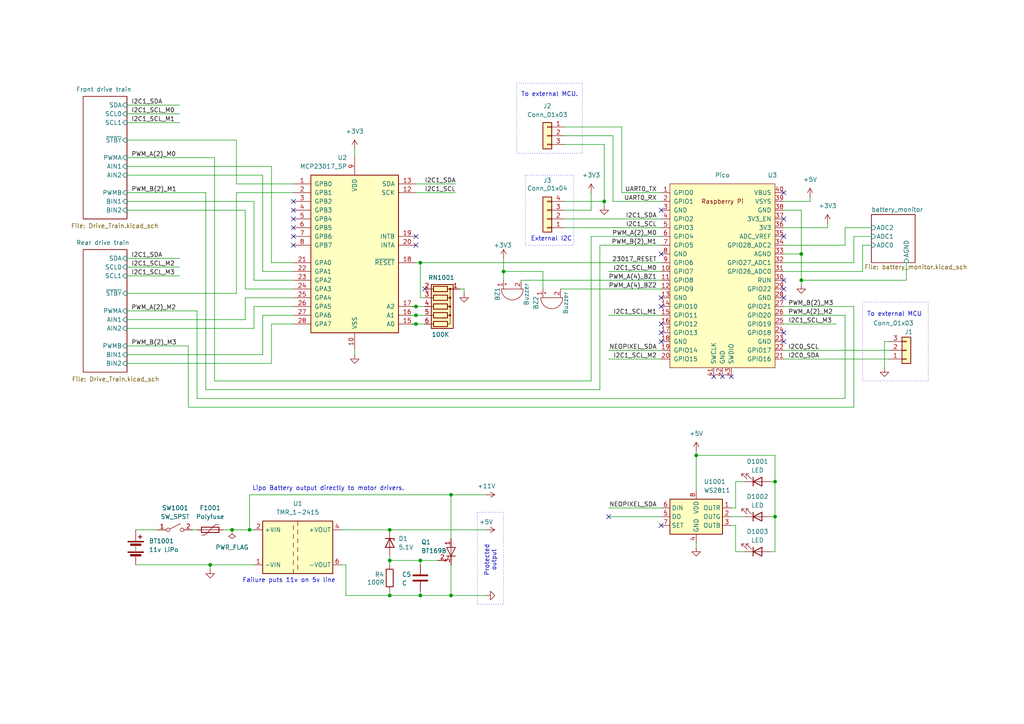
<source format=kicad_sch>
(kicad_sch (version 20231120) (generator "eeschema") (generator_version "8.0")
  (paper "A4")
  (lib_symbols
    (symbol "Connector_Generic:Conn_01x03" (pin_names (offset 1.016) hide)
      (property "Reference" "J" (at 0 5.08 0))
      (property "Value" "Conn_01x03" (at 0 -5.08 0))
      (symbol "Conn_01x03_1_1"
        (rectangle (start -1.27 -2.413) (end 0 -2.667) (stroke (width 0.1524)))
        (rectangle (start -1.27 0.127) (end 0 -0.127) (stroke (width 0.1524)))
        (rectangle (start -1.27 2.667) (end 0 2.413) (stroke (width 0.1524)))
        (rectangle (start -1.27 3.81) (end 1.27 -3.81) (stroke (width 0.254)) (fill (type background)))
        (pin passive line (at -5.08 2.54 0) (length 3.81) (name "Pin_1") (number "1"))
        (pin passive line (at -5.08 0 0) (length 3.81) (name "Pin_2") (number "2"))
        (pin passive line (at -5.08 -2.54 0) (length 3.81) (name "Pin_3") (number "3"))
      )
    )
    (symbol "Connector_Generic:Conn_01x04" (pin_names (offset 1.016) hide)
      (property "Reference" "J" (at 0 5.08 0))
      (property "Value" "Conn_01x04" (at 0 -7.62 0))
      (symbol "Conn_01x04_1_1"
        (rectangle (start -1.27 -4.953) (end 0 -5.207) (stroke (width 0.1524)))
        (rectangle (start -1.27 -2.413) (end 0 -2.667) (stroke (width 0.1524)))
        (rectangle (start -1.27 0.127) (end 0 -0.127) (stroke (width 0.1524)))
        (rectangle (start -1.27 2.667) (end 0 2.413) (stroke (width 0.1524)))
        (rectangle (start -1.27 3.81) (end 1.27 -6.35) (stroke (width 0.254)) (fill (type background)))
        (pin passive line (at -5.08 2.54 0) (length 3.81) (name "Pin_1") (number "1"))
        (pin passive line (at -5.08 0 0) (length 3.81) (name "Pin_2") (number "2"))
        (pin passive line (at -5.08 -2.54 0) (length 3.81) (name "Pin_3") (number "3"))
        (pin passive line (at -5.08 -5.08 0) (length 3.81) (name "Pin_4") (number "4"))
      )
    )
    (symbol "Device:Battery" (pin_numbers hide) (pin_names (offset 0) hide)
      (property "Reference" "BT" (at 2.54 2.54 0))
      (property "Value" "Battery" (at 2.54 0 0))
      (symbol "Battery_0_1"
        (rectangle (start -2.286 -1.27) (end 2.286 -1.524) (fill (type outline)))
        (rectangle (start -2.286 1.778) (end 2.286 1.524) (fill (type outline)))
        (rectangle (start -1.524 -2.032) (end 1.524 -2.54) (fill (type outline)))
        (rectangle (start -1.524 1.016) (end 1.524 0.508) (fill (type outline)))
        (polyline (pts (xy 0 -1.016) (xy 0 -0.762)))
        (polyline (pts (xy 0 -0.508) (xy 0 -0.254)))
        (polyline (pts (xy 0 0) (xy 0 0.254)))
        (polyline (pts (xy 0 1.778) (xy 0 2.54)))
        (polyline (pts (xy 0.762 3.048) (xy 1.778 3.048)) (stroke (width 0.254)))
        (polyline (pts (xy 1.27 3.556) (xy 1.27 2.54)) (stroke (width 0.254)))
      )
      (symbol "Battery_1_1"
        (pin passive line (at 0 5.08 270) (length 2.54) (name "+") (number "1"))
        (pin passive line (at 0 -5.08 90) (length 2.54) (name "-") (number "2"))
      )
    )
    (symbol "Device:Buzzer" (pin_names (offset 0.0254) hide)
      (property "Reference" "BZ" (at 3.81 1.27 0))
      (property "Value" "Buzzer" (at 3.81 -1.27 0))
      (symbol "Buzzer_0_1"
        (arc (start 0 -3.175) (mid 3.1612 0) (end 0 3.175))
        (polyline (pts (xy -1.651 1.905) (xy -1.143 1.905)))
        (polyline (pts (xy -1.397 2.159) (xy -1.397 1.651)))
        (polyline (pts (xy 0 3.175) (xy 0 -3.175)))
      )
      (symbol "Buzzer_1_1"
        (pin passive line (at -2.54 2.54 0) (length 2.54) (name "+") (number "1"))
        (pin passive line (at -2.54 -2.54 0) (length 2.54) (name "-") (number "2"))
      )
    )
    (symbol "Device:C" (pin_numbers hide) (pin_names (offset 0.254))
      (property "Reference" "C" (at 0.635 2.54 0))
      (property "Value" "C" (at 0.635 -2.54 0))
      (symbol "C_0_1"
        (polyline (pts (xy -2.032 -0.762) (xy 2.032 -0.762)) (stroke (width 0.508)))
        (polyline (pts (xy -2.032 0.762) (xy 2.032 0.762)) (stroke (width 0.508)))
      )
      (symbol "C_1_1"
        (pin passive line (at 0 3.81 270) (length 2.794) (name "~") (number "1"))
        (pin passive line (at 0 -3.81 90) (length 2.794) (name "~") (number "2"))
      )
    )
    (symbol "Device:D_Zener" (pin_numbers hide) (pin_names (offset 1.016) hide)
      (property "Reference" "D" (at 0 2.54 0))
      (property "Value" "D_Zener" (at 0 -2.54 0))
      (symbol "D_Zener_0_1"
        (polyline (pts (xy 1.27 0) (xy -1.27 0)))
        (polyline (pts (xy -1.27 -1.27) (xy -1.27 1.27) (xy -0.762 1.27)) (stroke (width 0.254)))
        (polyline (pts (xy 1.27 -1.27) (xy 1.27 1.27) (xy -1.27 0) (xy 1.27 -1.27)) (stroke (width 0.254)))
      )
      (symbol "D_Zener_1_1"
        (pin passive line (at -3.81 0 0) (length 2.54) (name "K") (number "1"))
        (pin passive line (at 3.81 0 180) (length 2.54) (name "A") (number "2"))
      )
    )
    (symbol "Device:LED" (pin_numbers hide) (pin_names (offset 1.016) hide)
      (property "Reference" "D" (at 0 2.54 0))
      (property "Value" "LED" (at 0 -2.54 0))
      (symbol "LED_0_1"
        (polyline (pts (xy -1.27 -1.27) (xy -1.27 1.27)) (stroke (width 0.254)))
        (polyline (pts (xy -1.27 0) (xy 1.27 0)))
        (polyline (pts (xy 1.27 -1.27) (xy 1.27 1.27) (xy -1.27 0) (xy 1.27 -1.27)) (stroke (width 0.254)))
        (polyline (pts (xy -3.048 -0.762) (xy -4.572 -2.286) (xy -3.81 -2.286) (xy -4.572 -2.286) (xy -4.572 -1.524)))
        (polyline (pts (xy -1.778 -0.762) (xy -3.302 -2.286) (xy -2.54 -2.286) (xy -3.302 -2.286) (xy -3.302 -1.524)))
      )
      (symbol "LED_1_1"
        (pin passive line (at -3.81 0 0) (length 2.54) (name "K") (number "1"))
        (pin passive line (at 3.81 0 180) (length 2.54) (name "A") (number "2"))
      )
    )
    (symbol "Device:Polyfuse" (pin_numbers hide) (pin_names (offset 0))
      (property "Reference" "F" (at -2.54 0 90))
      (property "Value" "Polyfuse" (at 2.54 0 90))
      (symbol "Polyfuse_0_1"
        (rectangle (start -0.762 2.54) (end 0.762 -2.54) (stroke (width 0.254)))
        (polyline (pts (xy 0 2.54) (xy 0 -2.54)))
        (polyline (pts (xy -1.524 2.54) (xy -1.524 1.524) (xy 1.524 -1.524) (xy 1.524 -2.54)))
      )
      (symbol "Polyfuse_1_1"
        (pin passive line (at 0 3.81 270) (length 1.27) (name "~") (number "1"))
        (pin passive line (at 0 -3.81 90) (length 1.27) (name "~") (number "2"))
      )
    )
    (symbol "Device:R" (pin_numbers hide) (pin_names (offset 0))
      (property "Reference" "R" (at 2.032 0 90))
      (property "Value" "R" (at 0 0 90))
      (symbol "R_0_1"
        (rectangle (start -1.016 -2.54) (end 1.016 2.54) (stroke (width 0.254)))
      )
      (symbol "R_1_1"
        (pin passive line (at 0 3.81 270) (length 1.27) (name "~") (number "1"))
        (pin passive line (at 0 -3.81 90) (length 1.27) (name "~") (number "2"))
      )
    )
    (symbol "Device:R_Network05" (pin_names (offset 0) hide)
      (property "Reference" "RN" (at -7.62 0 90))
      (property "Value" "R_Network05" (at 7.62 0 90))
      (symbol "R_Network05_0_1"
        (rectangle (start -6.35 -3.175) (end 6.35 3.175) (stroke (width 0.254)) (fill (type background)))
        (rectangle (start -5.842 1.524) (end -4.318 -2.54) (stroke (width 0.254)))
        (circle (center -5.08 2.286) (radius 0.254) (fill (type outline)))
        (rectangle (start -3.302 1.524) (end -1.778 -2.54) (stroke (width 0.254)))
        (circle (center -2.54 2.286) (radius 0.254) (fill (type outline)))
        (rectangle (start -0.762 1.524) (end 0.762 -2.54) (stroke (width 0.254)))
        (polyline (pts (xy -5.08 -2.54) (xy -5.08 -3.81)))
        (polyline (pts (xy -2.54 -2.54) (xy -2.54 -3.81)))
        (polyline (pts (xy 0 -2.54) (xy 0 -3.81)))
        (polyline (pts (xy 2.54 -2.54) (xy 2.54 -3.81)))
        (polyline (pts (xy 5.08 -2.54) (xy 5.08 -3.81)))
        (polyline (pts (xy -5.08 1.524) (xy -5.08 2.286) (xy -2.54 2.286) (xy -2.54 1.524)))
        (polyline (pts (xy -2.54 1.524) (xy -2.54 2.286) (xy 0 2.286) (xy 0 1.524)))
        (polyline (pts (xy 0 1.524) (xy 0 2.286) (xy 2.54 2.286) (xy 2.54 1.524)))
        (polyline (pts (xy 2.54 1.524) (xy 2.54 2.286) (xy 5.08 2.286) (xy 5.08 1.524)))
        (circle (center 0 2.286) (radius 0.254) (fill (type outline)))
        (rectangle (start 1.778 1.524) (end 3.302 -2.54) (stroke (width 0.254)))
        (circle (center 2.54 2.286) (radius 0.254) (fill (type outline)))
        (rectangle (start 4.318 1.524) (end 5.842 -2.54) (stroke (width 0.254)))
      )
      (symbol "R_Network05_1_1"
        (pin passive line (at -5.08 5.08 270) (length 2.54) (name "common") (number "1"))
        (pin passive line (at -5.08 -5.08 90) (length 1.27) (name "R1") (number "2"))
        (pin passive line (at -2.54 -5.08 90) (length 1.27) (name "R2") (number "3"))
        (pin passive line (at 0 -5.08 90) (length 1.27) (name "R3") (number "4"))
        (pin passive line (at 2.54 -5.08 90) (length 1.27) (name "R4") (number "5"))
        (pin passive line (at 5.08 -5.08 90) (length 1.27) (name "R5") (number "6"))
      )
    )
    (symbol "Driver_LED:WS2811"
      (property "Reference" "U" (at -6.35 6.35 0))
      (property "Value" "WS2811" (at 5.08 6.35 0))
      (symbol "WS2811_0_1"
        (rectangle (start -7.62 5.08) (end 7.62 -5.08) (stroke (width 0.254)) (fill (type background)))
      )
      (symbol "WS2811_1_1"
        (pin output line (at 10.16 2.54 180) (length 2.54) (name "OUTR") (number "1"))
        (pin output line (at 10.16 0 180) (length 2.54) (name "OUTG") (number "2"))
        (pin output line (at 10.16 -2.54 180) (length 2.54) (name "OUTB") (number "3"))
        (pin power_in line (at 0 -7.62 90) (length 2.54) (name "GND") (number "4"))
        (pin output line (at -10.16 0 0) (length 2.54) (name "DO") (number "5"))
        (pin input line (at -10.16 2.54 0) (length 2.54) (name "DIN") (number "6"))
        (pin input line (at -10.16 -2.54 0) (length 2.54) (name "SET") (number "7"))
        (pin power_in line (at 0 7.62 270) (length 2.54) (name "VDD") (number "8"))
      )
    )
    (symbol "Interface_Expansion:MCP23017_SP" (pin_names (offset 1.016))
      (property "Reference" "U" (at -11.43 24.13 0))
      (property "Value" "MCP23017_SP" (at 0 0 0))
      (symbol "MCP23017_SP_0_1"
        (rectangle (start -12.7 22.86) (end 12.7 -22.86) (stroke (width 0.254)) (fill (type background)))
      )
      (symbol "MCP23017_SP_1_1"
        (pin bidirectional line (at 17.78 20.32 180) (length 5.08) (name "GPB0") (number "1"))
        (pin power_in line (at 0 -27.94 90) (length 5.08) (name "VSS") (number "10"))
        (pin no_connect line (at -12.7 15.24 0) (length 5.08) hide (name "NC") (number "11"))
        (pin input line (at -17.78 17.78 0) (length 5.08) (name "SCK") (number "12"))
        (pin bidirectional line (at -17.78 20.32 0) (length 5.08) (name "SDA") (number "13"))
        (pin no_connect line (at -12.7 12.7 0) (length 5.08) hide (name "NC") (number "14"))
        (pin input line (at -17.78 -20.32 0) (length 5.08) (name "A0") (number "15"))
        (pin input line (at -17.78 -17.78 0) (length 5.08) (name "A1") (number "16"))
        (pin input line (at -17.78 -15.24 0) (length 5.08) (name "A2") (number "17"))
        (pin input line (at -17.78 -2.54 0) (length 5.08) (name "~{RESET}") (number "18"))
        (pin tri_state line (at -17.78 5.08 0) (length 5.08) (name "INTB") (number "19"))
        (pin bidirectional line (at 17.78 17.78 180) (length 5.08) (name "GPB1") (number "2"))
        (pin tri_state line (at -17.78 2.54 0) (length 5.08) (name "INTA") (number "20"))
        (pin bidirectional line (at 17.78 -2.54 180) (length 5.08) (name "GPA0") (number "21"))
        (pin bidirectional line (at 17.78 -5.08 180) (length 5.08) (name "GPA1") (number "22"))
        (pin bidirectional line (at 17.78 -7.62 180) (length 5.08) (name "GPA2") (number "23"))
        (pin bidirectional line (at 17.78 -10.16 180) (length 5.08) (name "GPA3") (number "24"))
        (pin bidirectional line (at 17.78 -12.7 180) (length 5.08) (name "GPA4") (number "25"))
        (pin bidirectional line (at 17.78 -15.24 180) (length 5.08) (name "GPA5") (number "26"))
        (pin bidirectional line (at 17.78 -17.78 180) (length 5.08) (name "GPA6") (number "27"))
        (pin bidirectional line (at 17.78 -20.32 180) (length 5.08) (name "GPA7") (number "28"))
        (pin bidirectional line (at 17.78 15.24 180) (length 5.08) (name "GPB2") (number "3"))
        (pin bidirectional line (at 17.78 12.7 180) (length 5.08) (name "GPB3") (number "4"))
        (pin bidirectional line (at 17.78 10.16 180) (length 5.08) (name "GPB4") (number "5"))
        (pin bidirectional line (at 17.78 7.62 180) (length 5.08) (name "GPB5") (number "6"))
        (pin bidirectional line (at 17.78 5.08 180) (length 5.08) (name "GPB6") (number "7"))
        (pin bidirectional line (at 17.78 2.54 180) (length 5.08) (name "GPB7") (number "8"))
        (pin power_in line (at 0 27.94 270) (length 5.08) (name "VDD") (number "9"))
      )
    )
    (symbol "MCU_RaspberryPi_and_Boards:Pico" (pin_names (offset 1.016))
      (property "Reference" "U3" (at 14.478 29.21 0))
      (property "Value" "Pico" (at 0 29.21 0))
      (symbol "Pico_0_0"
        (text "Raspberry Pi" (at 0 21.59 0) (effects (font (size 1.27 1.27))))
      )
      (symbol "Pico_0_1"
        (rectangle (start -15.24 26.67) (end 15.24 -26.67) (fill (type background)))
      )
      (symbol "Pico_1_1"
        (pin bidirectional line (at -17.78 24.13 0) (length 2.54) (name "GPIO0") (number "1"))
        (pin bidirectional line (at -17.78 1.27 0) (length 2.54) (name "GPIO7") (number "10"))
        (pin bidirectional line (at -17.78 -1.27 0) (length 2.54) (name "GPIO8") (number "11"))
        (pin bidirectional line (at -17.78 -3.81 0) (length 2.54) (name "GPIO9") (number "12"))
        (pin power_in line (at -17.78 -6.35 0) (length 2.54) (name "GND") (number "13"))
        (pin bidirectional line (at -17.78 -8.89 0) (length 2.54) (name "GPIO10") (number "14"))
        (pin bidirectional line (at -17.78 -11.43 0) (length 2.54) (name "GPIO11") (number "15"))
        (pin bidirectional line (at -17.78 -13.97 0) (length 2.54) (name "GPIO12") (number "16"))
        (pin bidirectional line (at -17.78 -16.51 0) (length 2.54) (name "GPIO13") (number "17"))
        (pin power_in line (at -17.78 -19.05 0) (length 2.54) (name "GND") (number "18"))
        (pin bidirectional line (at -17.78 -21.59 0) (length 2.54) (name "GPIO14") (number "19"))
        (pin bidirectional line (at -17.78 21.59 0) (length 2.54) (name "GPIO1") (number "2"))
        (pin bidirectional line (at -17.78 -24.13 0) (length 2.54) (name "GPIO15") (number "20"))
        (pin bidirectional line (at 17.78 -24.13 180) (length 2.54) (name "GPIO16") (number "21"))
        (pin bidirectional line (at 17.78 -21.59 180) (length 2.54) (name "GPIO17") (number "22"))
        (pin power_in line (at 17.78 -19.05 180) (length 2.54) (name "GND") (number "23"))
        (pin bidirectional line (at 17.78 -16.51 180) (length 2.54) (name "GPIO18") (number "24"))
        (pin bidirectional line (at 17.78 -13.97 180) (length 2.54) (name "GPIO19") (number "25"))
        (pin bidirectional line (at 17.78 -11.43 180) (length 2.54) (name "GPIO20") (number "26"))
        (pin bidirectional line (at 17.78 -8.89 180) (length 2.54) (name "GPIO21") (number "27"))
        (pin power_in line (at 17.78 -6.35 180) (length 2.54) (name "GND") (number "28"))
        (pin bidirectional line (at 17.78 -3.81 180) (length 2.54) (name "GPIO22") (number "29"))
        (pin power_in line (at -17.78 19.05 0) (length 2.54) (name "GND") (number "3"))
        (pin input line (at 17.78 -1.27 180) (length 2.54) (name "RUN") (number "30"))
        (pin bidirectional line (at 17.78 1.27 180) (length 2.54) (name "GPIO26_ADC0") (number "31"))
        (pin bidirectional line (at 17.78 3.81 180) (length 2.54) (name "GPIO27_ADC1") (number "32"))
        (pin power_in line (at 17.78 6.35 180) (length 2.54) (name "AGND") (number "33"))
        (pin bidirectional line (at 17.78 8.89 180) (length 2.54) (name "GPIO28_ADC2") (number "34"))
        (pin unspecified line (at 17.78 11.43 180) (length 2.54) (name "ADC_VREF") (number "35"))
        (pin power_out line (at 17.78 13.97 180) (length 2.54) (name "3V3") (number "36"))
        (pin input line (at 17.78 16.51 180) (length 2.54) (name "3V3_EN") (number "37"))
        (pin power_in line (at 17.78 19.05 180) (length 2.54) (name "GND") (number "38"))
        (pin power_in line (at 17.78 21.59 180) (length 2.54) (name "VSYS") (number "39"))
        (pin bidirectional line (at -17.78 16.51 0) (length 2.54) (name "GPIO2") (number "4"))
        (pin power_out line (at 17.78 24.13 180) (length 2.54) (name "VBUS") (number "40"))
        (pin input line (at -2.54 -29.21 90) (length 2.54) (name "SWCLK") (number "41"))
        (pin power_in line (at 0 -29.21 90) (length 2.54) (name "GND") (number "42"))
        (pin bidirectional line (at 2.54 -29.21 90) (length 2.54) (name "SWDIO") (number "43"))
        (pin bidirectional line (at -17.78 13.97 0) (length 2.54) (name "GPIO3") (number "5"))
        (pin bidirectional line (at -17.78 11.43 0) (length 2.54) (name "GPIO4") (number "6"))
        (pin bidirectional line (at -17.78 8.89 0) (length 2.54) (name "GPIO5") (number "7"))
        (pin power_in line (at -17.78 6.35 0) (length 2.54) (name "GND") (number "8"))
        (pin bidirectional line (at -17.78 3.81 0) (length 2.54) (name "GPIO6") (number "9"))
      )
    )
    (symbol "Regulator_Switching:TMR_1-2415"
      (property "Reference" "U" (at -8.89 8.89 0))
      (property "Value" "TMR_1-2415" (at 10.16 8.89 0))
      (symbol "TMR_1-2415_0_1"
        (rectangle (start -10.16 7.62) (end 10.16 -7.62) (stroke (width 0.254)) (fill (type background)))
        (polyline (pts (xy -1.27 -7.62) (xy -1.27 -6.35)))
        (polyline (pts (xy -1.27 -5.08) (xy -1.27 -3.81)))
        (polyline (pts (xy -1.27 -2.54) (xy -1.27 -1.27)))
        (polyline (pts (xy -1.27 0) (xy -1.27 1.27)))
        (polyline (pts (xy -1.27 2.54) (xy -1.27 3.81)))
        (polyline (pts (xy -1.27 5.08) (xy -1.27 6.35)))
        (polyline (pts (xy 0 -5.08) (xy 0 -6.35)))
        (polyline (pts (xy 0 -2.54) (xy 0 -3.81)))
        (polyline (pts (xy 0 0) (xy 0 -1.27)))
        (polyline (pts (xy 0 2.54) (xy 0 1.27)))
        (polyline (pts (xy 0 5.08) (xy 0 3.81)))
        (polyline (pts (xy 0 7.62) (xy 0 6.35)))
      )
      (symbol "TMR_1-2415_1_1"
        (pin power_in line (at -12.7 -5.08 0) (length 2.54) (name "-VIN") (number "1"))
        (pin power_in line (at -12.7 5.08 0) (length 2.54) (name "+VIN") (number "2"))
        (pin power_out line (at 12.7 5.08 180) (length 2.54) (name "+VOUT") (number "4"))
        (pin power_out line (at 12.7 -5.08 180) (length 2.54) (name "-VOUT") (number "6"))
      )
    )
    (symbol "Switch:SW_SPST" (pin_names (offset 0) hide)
      (property "Reference" "SW" (at 0 3.175 0))
      (property "Value" "SW_SPST" (at 0 -2.54 0))
      (symbol "SW_SPST_0_0"
        (circle (center -2.032 0) (radius 0.508))
        (polyline (pts (xy -1.524 0.254) (xy 1.524 1.778)))
        (circle (center 2.032 0) (radius 0.508))
      )
      (symbol "SW_SPST_1_1"
        (pin passive line (at -5.08 0 0) (length 2.54) (name "A") (number "1"))
        (pin passive line (at 5.08 0 180) (length 2.54) (name "B") (number "2"))
      )
    )
    (symbol "Triac_Thyristor:BT169B" (pin_names (offset 0) hide)
      (property "Reference" "Q" (at 2.54 1.905 0))
      (property "Value" "BT169B" (at 2.54 0 0))
      (symbol "BT169B_0_1"
        (polyline (pts (xy -1.27 -2.54) (xy -0.635 -1.27)))
        (polyline (pts (xy -1.27 -1.27) (xy 1.27 -1.27)) (stroke (width 0.2032)))
        (polyline (pts (xy 0 -2.54) (xy 0 2.54)))
        (polyline (pts (xy -1.27 1.27) (xy 1.27 1.27) (xy 0 -1.27) (xy -1.27 1.27)) (stroke (width 0.2032)))
      )
      (symbol "BT169B_1_1"
        (pin passive line (at 0 3.81 270) (length 2.54) (name "A") (number "1"))
        (pin input line (at -3.81 -2.54 0) (length 2.54) (name "G") (number "2"))
        (pin passive line (at 0 -3.81 90) (length 2.54) (name "K") (number "3"))
      )
    )
    (symbol "power:+3V3" (power) (pin_numbers hide) (pin_names (offset 0) hide)
      (property "Value" "+3V3" (at 0 3.556 0))
      (symbol "+3V3_0_1"
        (polyline (pts (xy -0.762 1.27) (xy 0 2.54)))
        (polyline (pts (xy 0 0) (xy 0 2.54)))
        (polyline (pts (xy 0 2.54) (xy 0.762 1.27)))
      )
      (symbol "+3V3_1_1"
        (pin power_in line (at 0 0 90) (length 0) (name "~") (number "1"))
      )
    )
    (symbol "power:+5V" (power) (pin_numbers hide) (pin_names (offset 0) hide)
      (property "Value" "+5V" (at 0 3.556 0))
      (symbol "+5V_0_1"
        (polyline (pts (xy -0.762 1.27) (xy 0 2.54)))
        (polyline (pts (xy 0 0) (xy 0 2.54)))
        (polyline (pts (xy 0 2.54) (xy 0.762 1.27)))
      )
      (symbol "+5V_1_1"
        (pin power_in line (at 0 0 90) (length 0) (name "~") (number "1"))
      )
    )
    (symbol "power:GND" (power) (pin_numbers hide) (pin_names (offset 0) hide)
      (property "Value" "GND" (at 0 -3.81 0))
      (symbol "GND_0_1"
        (polyline (pts (xy 0 0) (xy 0 -1.27) (xy 1.27 -1.27) (xy 0 -2.54) (xy -1.27 -1.27) (xy 0 -1.27)))
      )
      (symbol "GND_1_1"
        (pin power_in line (at 0 0 270) (length 0) (name "~") (number "1"))
      )
    )
    (symbol "power:PWR_FLAG" (power) (pin_numbers hide) (pin_names (offset 0) hide)
      (property "Value" "PWR_FLAG" (at 0 3.81 0))
      (symbol "PWR_FLAG_0_0"
        (pin power_out line (at 0 0 90) (length 0) (name "~") (number "1"))
      )
      (symbol "PWR_FLAG_0_1"
        (polyline (pts (xy 0 0) (xy 0 1.27) (xy -1.016 1.905) (xy 0 2.54) (xy 1.016 1.905) (xy 0 1.27)))
      )
    )
  )
  (junction (at 120.65 93.98))
  (junction (at 232.41 73.66))
  (junction (at 130.81 172.72))
  (junction (at 120.65 88.9))
  (junction (at 146.05 78.74))
  (junction (at 113.03 172.72))
  (junction (at 201.93 132.08))
  (junction (at 224.79 139.7))
  (junction (at 72.39 153.67))
  (junction (at 121.92 76.2))
  (junction (at 113.03 162.56))
  (junction (at 130.81 143.51))
  (junction (at 60.96 163.83))
  (junction (at 120.65 91.44))
  (junction (at 113.03 153.67))
  (junction (at 175.26 58.42))
  (junction (at 121.92 172.72))
  (junction (at 121.92 162.56))
  (junction (at 224.79 149.86))
  (junction (at 67.31 153.67))
  (junction (at 232.41 81.28))
  (no_connect (at 191.77 73.66))
  (no_connect (at 227.33 81.28))
  (no_connect (at 227.33 83.82))
  (no_connect (at 227.33 96.52))
  (no_connect (at 209.55 109.22))
  (no_connect (at 85.09 60.96))
  (no_connect (at 191.77 99.06))
  (no_connect (at 227.33 86.36))
  (no_connect (at 191.77 60.96))
  (no_connect (at 191.77 152.4))
  (no_connect (at 227.33 99.06))
  (no_connect (at 120.65 71.12))
  (no_connect (at 176.53 149.86))
  (no_connect (at 123.19 83.82))
  (no_connect (at 85.09 66.04))
  (no_connect (at 191.77 86.36))
  (no_connect (at 85.09 58.42))
  (no_connect (at 85.09 63.5))
  (no_connect (at 191.77 96.52))
  (no_connect (at 227.33 63.5))
  (no_connect (at 120.65 68.58))
  (no_connect (at 191.77 93.98))
  (no_connect (at 85.09 71.12))
  (no_connect (at 227.33 68.58))
  (no_connect (at 191.77 88.9))
  (no_connect (at 227.33 55.88))
  (no_connect (at 207.01 109.22))
  (no_connect (at 85.09 68.58))
  (no_connect (at 212.09 109.22))
  (wire (pts (xy 57.15 115.57) (xy 245.11 115.57)))
  (wire (pts (xy 245.11 66.04) (xy 252.73 66.04)))
  (wire (pts (xy 121.92 171.45) (xy 121.92 172.72)))
  (wire (pts (xy 120.65 76.2) (xy 121.92 76.2)))
  (wire (pts (xy 71.12 83.82) (xy 85.09 83.82)))
  (wire (pts (xy 175.26 59.69) (xy 175.26 58.42)))
  (wire (pts (xy 176.53 91.44) (xy 191.77 91.44)))
  (wire (pts (xy 180.34 36.83) (xy 180.34 55.88)))
  (wire (pts (xy 36.83 30.48) (xy 52.07 30.48)))
  (wire (pts (xy 224.79 132.08) (xy 201.93 132.08)))
  (wire (pts (xy 39.37 163.83) (xy 60.96 163.83)))
  (wire (pts (xy 119.38 91.44) (xy 120.65 91.44)))
  (wire (pts (xy 245.11 66.04) (xy 245.11 71.12)))
  (wire (pts (xy 223.52 139.7) (xy 224.79 139.7)))
  (wire (pts (xy 227.33 104.14) (xy 257.81 104.14)))
  (wire (pts (xy 36.83 100.33) (xy 54.61 100.33)))
  (wire (pts (xy 76.2 102.87) (xy 36.83 102.87)))
  (wire (pts (xy 36.83 40.64) (xy 68.58 40.64)))
  (wire (pts (xy 71.12 60.96) (xy 71.12 83.82)))
  (wire (pts (xy 176.53 101.6) (xy 191.77 101.6)))
  (wire (pts (xy 62.23 110.49) (xy 171.45 110.49)))
  (wire (pts (xy 215.9 139.7) (xy 213.36 139.7)))
  (wire (pts (xy 171.45 68.58) (xy 191.77 68.58)))
  (wire (pts (xy 250.19 71.12) (xy 252.73 71.12)))
  (wire (pts (xy 57.15 90.17) (xy 57.15 115.57)))
  (wire (pts (xy 232.41 73.66) (xy 232.41 81.28)))
  (wire (pts (xy 68.58 55.88) (xy 85.09 55.88)))
  (wire (pts (xy 36.83 80.01) (xy 52.07 80.01)))
  (wire (pts (xy 180.34 55.88) (xy 191.77 55.88)))
  (wire (pts (xy 146.05 78.74) (xy 146.05 81.28)))
  (wire (pts (xy 232.41 60.96) (xy 227.33 60.96)))
  (wire (pts (xy 213.36 147.32) (xy 212.09 147.32)))
  (wire (pts (xy 201.93 130.81) (xy 201.93 132.08)))
  (wire (pts (xy 176.53 149.86) (xy 191.77 149.86)))
  (wire (pts (xy 227.33 78.74) (xy 250.19 78.74)))
  (wire (pts (xy 71.12 86.36) (xy 85.09 86.36)))
  (wire (pts (xy 157.48 83.82) (xy 157.48 78.74)))
  (wire (pts (xy 121.92 163.83) (xy 121.92 162.56)))
  (wire (pts (xy 36.83 74.93) (xy 52.07 74.93)))
  (wire (pts (xy 60.96 163.83) (xy 73.66 163.83)))
  (wire (pts (xy 163.83 60.96) (xy 171.45 60.96)))
  (wire (pts (xy 120.65 55.88) (xy 132.08 55.88)))
  (wire (pts (xy 163.83 66.04) (xy 191.77 66.04)))
  (wire (pts (xy 173.99 71.12) (xy 191.77 71.12)))
  (wire (pts (xy 176.53 147.32) (xy 191.77 147.32)))
  (wire (pts (xy 59.69 55.88) (xy 59.69 113.03)))
  (wire (pts (xy 55.88 153.67) (xy 57.15 153.67)))
  (wire (pts (xy 256.54 99.06) (xy 256.54 106.68)))
  (wire (pts (xy 36.83 85.09) (xy 68.58 85.09)))
  (wire (pts (xy 256.54 99.06) (xy 257.81 99.06)))
  (wire (pts (xy 113.03 162.56) (xy 113.03 163.83)))
  (wire (pts (xy 100.33 163.83) (xy 99.06 163.83)))
  (wire (pts (xy 227.33 101.6) (xy 257.81 101.6)))
  (wire (pts (xy 76.2 91.44) (xy 76.2 102.87)))
  (wire (pts (xy 175.26 41.91) (xy 175.26 58.42)))
  (wire (pts (xy 67.31 153.67) (xy 72.39 153.67)))
  (wire (pts (xy 223.52 149.86) (xy 224.79 149.86)))
  (wire (pts (xy 224.79 149.86) (xy 224.79 160.02)))
  (wire (pts (xy 120.65 93.98) (xy 123.19 93.98)))
  (wire (pts (xy 173.99 71.12) (xy 173.99 113.03)))
  (wire (pts (xy 234.95 57.15) (xy 234.95 58.42)))
  (wire (pts (xy 73.66 88.9) (xy 85.09 88.9)))
  (wire (pts (xy 227.33 93.98) (xy 242.57 93.98)))
  (wire (pts (xy 78.74 105.41) (xy 36.83 105.41)))
  (wire (pts (xy 245.11 91.44) (xy 245.11 115.57)))
  (wire (pts (xy 36.83 45.72) (xy 62.23 45.72)))
  (wire (pts (xy 121.92 76.2) (xy 191.77 76.2)))
  (wire (pts (xy 113.03 172.72) (xy 121.92 172.72)))
  (wire (pts (xy 72.39 143.51) (xy 130.81 143.51)))
  (wire (pts (xy 73.66 95.25) (xy 36.83 95.25)))
  (wire (pts (xy 134.62 83.82) (xy 133.35 83.82)))
  (wire (pts (xy 176.53 104.14) (xy 191.77 104.14)))
  (wire (pts (xy 36.83 77.47) (xy 52.07 77.47)))
  (wire (pts (xy 213.36 152.4) (xy 213.36 160.02)))
  (wire (pts (xy 232.41 81.28) (xy 262.89 81.28)))
  (wire (pts (xy 68.58 53.34) (xy 85.09 53.34)))
  (wire (pts (xy 245.11 71.12) (xy 227.33 71.12)))
  (wire (pts (xy 227.33 88.9) (xy 247.65 88.9)))
  (wire (pts (xy 247.65 88.9) (xy 247.65 118.11)))
  (wire (pts (xy 121.92 162.56) (xy 113.03 162.56)))
  (wire (pts (xy 119.38 93.98) (xy 120.65 93.98)))
  (wire (pts (xy 134.62 83.82) (xy 134.62 85.09)))
  (wire (pts (xy 68.58 40.64) (xy 68.58 53.34)))
  (wire (pts (xy 68.58 85.09) (xy 68.58 55.88)))
  (wire (pts (xy 212.09 152.4) (xy 213.36 152.4)))
  (wire (pts (xy 59.69 113.03) (xy 173.99 113.03)))
  (wire (pts (xy 123.19 86.36) (xy 121.92 86.36)))
  (wire (pts (xy 36.83 90.17) (xy 57.15 90.17)))
  (wire (pts (xy 162.56 83.82) (xy 191.77 83.82)))
  (wire (pts (xy 119.38 88.9) (xy 120.65 88.9)))
  (wire (pts (xy 171.45 55.88) (xy 171.45 60.96)))
  (wire (pts (xy 72.39 153.67) (xy 73.66 153.67)))
  (wire (pts (xy 227.33 76.2) (xy 247.65 76.2)))
  (wire (pts (xy 146.05 74.93) (xy 146.05 78.74)))
  (wire (pts (xy 76.2 78.74) (xy 85.09 78.74)))
  (wire (pts (xy 73.66 81.28) (xy 85.09 81.28)))
  (wire (pts (xy 247.65 76.2) (xy 247.65 68.58)))
  (wire (pts (xy 163.83 39.37) (xy 177.8 39.37)))
  (wire (pts (xy 78.74 76.2) (xy 85.09 76.2)))
  (wire (pts (xy 36.83 50.8) (xy 76.2 50.8)))
  (wire (pts (xy 240.03 64.77) (xy 240.03 66.04)))
  (wire (pts (xy 247.65 68.58) (xy 252.73 68.58)))
  (wire (pts (xy 176.53 78.74) (xy 191.77 78.74)))
  (wire (pts (xy 121.92 86.36) (xy 121.92 76.2)))
  (wire (pts (xy 36.83 48.26) (xy 78.74 48.26)))
  (wire (pts (xy 224.79 139.7) (xy 224.79 132.08)))
  (wire (pts (xy 250.19 78.74) (xy 250.19 71.12)))
  (wire (pts (xy 232.41 60.96) (xy 232.41 73.66)))
  (wire (pts (xy 213.36 139.7) (xy 213.36 147.32)))
  (wire (pts (xy 39.37 153.67) (xy 45.72 153.67)))
  (wire (pts (xy 76.2 91.44) (xy 85.09 91.44)))
  (wire (pts (xy 130.81 143.51) (xy 130.81 156.21)))
  (wire (pts (xy 99.06 153.67) (xy 113.03 153.67)))
  (wire (pts (xy 120.65 53.34) (xy 132.08 53.34)))
  (wire (pts (xy 151.13 81.28) (xy 191.77 81.28)))
  (wire (pts (xy 60.96 163.83) (xy 60.96 165.1)))
  (wire (pts (xy 121.92 162.56) (xy 127 162.56)))
  (wire (pts (xy 36.83 55.88) (xy 59.69 55.88)))
  (wire (pts (xy 177.8 39.37) (xy 177.8 58.42)))
  (wire (pts (xy 113.03 171.45) (xy 113.03 172.72)))
  (wire (pts (xy 227.33 66.04) (xy 240.03 66.04)))
  (wire (pts (xy 262.89 76.2) (xy 262.89 81.28)))
  (wire (pts (xy 163.83 58.42) (xy 175.26 58.42)))
  (wire (pts (xy 130.81 163.83) (xy 130.81 172.72)))
  (wire (pts (xy 163.83 36.83) (xy 180.34 36.83)))
  (wire (pts (xy 201.93 132.08) (xy 201.93 142.24)))
  (wire (pts (xy 102.87 43.18) (xy 102.87 45.72)))
  (wire (pts (xy 100.33 172.72) (xy 113.03 172.72)))
  (wire (pts (xy 163.83 63.5) (xy 191.77 63.5)))
  (wire (pts (xy 157.48 78.74) (xy 146.05 78.74)))
  (wire (pts (xy 36.83 35.56) (xy 52.07 35.56)))
  (wire (pts (xy 36.83 58.42) (xy 73.66 58.42)))
  (wire (pts (xy 54.61 118.11) (xy 54.61 100.33)))
  (wire (pts (xy 73.66 58.42) (xy 73.66 81.28)))
  (wire (pts (xy 71.12 86.36) (xy 71.12 92.71)))
  (wire (pts (xy 71.12 92.71) (xy 36.83 92.71)))
  (wire (pts (xy 227.33 73.66) (xy 232.41 73.66)))
  (wire (pts (xy 163.83 41.91) (xy 175.26 41.91)))
  (wire (pts (xy 232.41 81.28) (xy 232.41 82.55)))
  (wire (pts (xy 234.95 58.42) (xy 227.33 58.42)))
  (wire (pts (xy 102.87 102.87) (xy 102.87 101.6)))
  (wire (pts (xy 36.83 33.02) (xy 52.07 33.02)))
  (wire (pts (xy 64.77 153.67) (xy 67.31 153.67)))
  (wire (pts (xy 120.65 91.44) (xy 123.19 91.44)))
  (wire (pts (xy 54.61 118.11) (xy 247.65 118.11)))
  (wire (pts (xy 73.66 88.9) (xy 73.66 95.25)))
  (wire (pts (xy 113.03 161.29) (xy 113.03 162.56)))
  (wire (pts (xy 120.65 88.9) (xy 123.19 88.9)))
  (wire (pts (xy 201.93 157.48) (xy 201.93 158.75)))
  (wire (pts (xy 36.83 60.96) (xy 71.12 60.96)))
  (wire (pts (xy 130.81 172.72) (xy 140.97 172.72)))
  (wire (pts (xy 223.52 160.02) (xy 224.79 160.02)))
  (wire (pts (xy 113.03 153.67) (xy 140.97 153.67)))
  (wire (pts (xy 224.79 139.7) (xy 224.79 149.86)))
  (wire (pts (xy 72.39 143.51) (xy 72.39 153.67)))
  (wire (pts (xy 76.2 50.8) (xy 76.2 78.74)))
  (wire (pts (xy 227.33 91.44) (xy 245.11 91.44)))
  (wire (pts (xy 62.23 110.49) (xy 62.23 45.72)))
  (wire (pts (xy 100.33 163.83) (xy 100.33 172.72)))
  (wire (pts (xy 213.36 160.02) (xy 215.9 160.02)))
  (wire (pts (xy 177.8 58.42) (xy 191.77 58.42)))
  (wire (pts (xy 171.45 110.49) (xy 171.45 68.58)))
  (wire (pts (xy 78.74 93.98) (xy 85.09 93.98)))
  (wire (pts (xy 212.09 149.86) (xy 215.9 149.86)))
  (wire (pts (xy 130.81 143.51) (xy 140.97 143.51)))
  (wire (pts (xy 78.74 93.98) (xy 78.74 105.41)))
  (wire (pts (xy 121.92 172.72) (xy 130.81 172.72)))
  (wire (pts (xy 78.74 48.26) (xy 78.74 76.2)))
  (rectangle (start 152.4 50.8) (end 166.37 71.12) (stroke (width 0) (type dot)))
  (rectangle (start 149.86 24.13) (end 168.91 44.45) (stroke (width 0) (type dot)))
  (rectangle (start 250.19 87.63) (end 269.24 110.49) (stroke (width 0) (type dot)))
  (rectangle (start 138.43 148.59) (end 146.05 175.26) (stroke (width 0) (type dot)))
  (text "To external MCU" (at 251.46 91.186 0) (effects (font (size 1.27 1.27)) (justify left)))
  (text "Protected\noutput" (at 142.24 162.56 90) (effects (font (size 1.27 1.27))))
  (text "Lipo Battery output directly to motor drivers." (at 73.152 141.732 0) (effects (font (size 1.27 1.27)) (justify left)))
  (text "To external MCU." (at 151.13 27.432 0) (effects (font (size 1.27 1.27)) (justify left)))
  (text "Failure puts 11v on 5v line\n" (at 83.82 168.402 0) (effects (font (size 1.27 1.27))))
  (text "External I2C" (at 153.924 69.342 0) (effects (font (size 1.27 1.27)) (justify left)))
  (label "I2C1_SCL_M0" (at 190.5 78.74 180))
  (label "UART0_TX" (at 190.5 55.88 180))
  (label "I2C0_SDA" (at 228.6 104.14 0))
  (label "I2C1_SDA" (at 38.1 30.48 0))
  (label "I2C1_SCL_M3" (at 241.3 93.98 180))
  (label "I2C1_SCL_M1" (at 38.1 35.56 0))
  (label "NEOPIXEL_SDA" (at 190.5 147.32 180))
  (label "PWM_B(2)_M1" (at 190.5 71.12 180))
  (label "I2C1_SCL_M2" (at 38.1 77.47 0))
  (label "I2C1_SCL_M3" (at 38.1 80.01 0))
  (label "PWM_A(2)_M2" (at 228.6 91.44 0))
  (label "PWM_A(2)_M0" (at 38.1 45.72 0))
  (label "PWM_A(4)_BZ1" (at 190.5 81.28 180))
  (label "PWM_A(2)_M0" (at 190.5 68.58 180))
  (label "I2C1_SDA" (at 123.19 53.34 0))
  (label "23017_RESET" (at 190.5 76.2 180))
  (label "I2C1_SCL" (at 123.19 55.88 0))
  (label "I2C1_SCL" (at 190.5 66.04 180))
  (label "I2C1_SDA" (at 190.5 63.5 180))
  (label "I2C1_SCL_M0" (at 38.1 33.02 0))
  (label "I2C1_SCL_M2" (at 190.5 104.14 180))
  (label "NEOPIXEL_SDA" (at 190.5 101.6 180))
  (label "PWM_A(4)_BZ2" (at 190.5 83.82 180))
  (label "I2C0_SCL" (at 228.6 101.6 0))
  (label "PWM_A(2)_M2" (at 38.1 90.17 0))
  (label "PWM_B(2)_M3" (at 228.6 88.9 0))
  (label "I2C1_SCL_M1" (at 190.5 91.44 180))
  (label "PWM_B(2)_M3" (at 38.1 100.33 0))
  (label "UART0_RX" (at 190.5 58.42 180))
  (label "PWM_B(2)_M1" (at 38.1 55.88 0))
  (label "I2C1_SDA" (at 38.1 74.93 0))
  (symbol (lib_id "power:GND") (at 256.54 106.68 0) (unit 1)
    (property "Reference" "#PWR01005" (effects (hide yes)))
    (property "Value" "GND" (effects (hide yes)))
    (property "Description" "Power symbol creates a global label with name \"GND\" , ground" (effects (hide yes)))
  )
  (symbol (lib_id "Device:Buzzer") (at 148.59 83.82 90) (mirror x) (unit 1)
    (property "Reference" "BZ1" (at 144.272 83.312 0) (effects (justify left)))
    (property "Value" "Buzzer" (at 152.654 82.042 0) (effects (justify left)))
    (property "Description" "Buzzer, polarized" (effects (hide yes)))
  )
  (symbol (lib_id "power:GND") (at 175.26 59.69 0) (unit 1)
    (property "Reference" "#PWR01004" (effects (hide yes)))
    (property "Value" "GND" (effects (hide yes)))
    (property "Description" "Power symbol creates a global label with name \"GND\" , ground" (effects (hide yes)))
  )
  (symbol (lib_id "power:GND") (at 232.41 82.55 0) (unit 1)
    (property "Reference" "#PWR01006" (effects (hide yes)))
    (property "Value" "GND" (effects (hide yes)))
    (property "Description" "Power symbol creates a global label with name \"GND\" , ground" (effects (hide yes)))
  )
  (symbol (lib_id "power:GND") (at 140.97 172.72 90) (unit 1)
    (property "Reference" "#PWR011" (effects (hide yes)))
    (property "Value" "GND" (effects (hide yes)))
    (property "Description" "Power symbol creates a global label with name \"GND\" , ground" (effects (hide yes)))
  )
  (symbol (lib_id "Device:LED") (at 219.71 139.7 0) (mirror x) (unit 1)
    (property "Reference" "D1001" (at 219.71 133.858 0))
    (property "Value" "LED" (at 219.71 136.398 0))
    (property "Description" "Light emitting diode" (effects (hide yes)))
  )
  (symbol (lib_id "Driver_LED:WS2811") (at 201.93 149.86 0) (unit 1)
    (property "Reference" "U1001" (at 204.1241 139.7 0) (effects (justify left)))
    (property "Value" "WS2811" (at 204.1241 142.24 0) (effects (justify left)))
    (property "Datasheet" "https://cdn-shop.adafruit.com/datasheets/WS2811.pdf" (effects (hide yes)))
    (property "Description" "3-Channel 8-Bit PWM LED Driver, DIP-8/SOIC-8" (effects (hide yes)))
  )
  (symbol (lib_id "power:+5V") (at 140.97 143.51 270) (unit 1)
    (property "Reference" "#PWR01001" (effects (hide yes)))
    (property "Value" "+11V" (at 138.43 140.97 90) (effects (justify left)))
    (property "Description" "Power symbol creates a global label with name \"+5V\"" (effects (hide yes)))
  )
  (symbol (lib_id "power:GND") (at 201.93 158.75 0) (unit 1)
    (property "Reference" "#PWR01008" (effects (hide yes)))
    (property "Value" "GND" (effects (hide yes)))
    (property "Description" "Power symbol creates a global label with name \"GND\" , ground" (effects (hide yes)))
  )
  (symbol (lib_id "Device:R") (at 113.03 167.64 0) (unit 1)
    (property "Reference" "R4" (at 108.712 166.624 0) (effects (justify left)))
    (property "Value" "100R" (at 106.426 168.91 0) (effects (justify left)))
    (property "Description" "Resistor" (effects (hide yes)))
  )
  (symbol (lib_id "power:+5V") (at 201.93 130.81 0) (unit 1)
    (property "Reference" "#PWR01007" (effects (hide yes)))
    (property "Value" "+5V" (at 201.93 125.73 0))
    (property "Description" "Power symbol creates a global label with name \"+5V\"" (effects (hide yes)))
  )
  (symbol (lib_id "power:GND") (at 60.96 165.1 0) (unit 1)
    (property "Reference" "#PWR01" (effects (hide yes)))
    (property "Value" "GND" (effects (hide yes)))
    (property "Description" "Power symbol creates a global label with name \"GND\" , ground" (effects (hide yes)))
  )
  (symbol (lib_id "Device:LED") (at 219.71 160.02 0) (mirror x) (unit 1)
    (property "Reference" "D1003" (at 219.71 154.178 0))
    (property "Value" "LED" (at 219.71 156.718 0))
    (property "Description" "Light emitting diode" (effects (hide yes)))
  )
  (symbol (lib_id "power:+5V") (at 234.95 57.15 0) (unit 1)
    (property "Reference" "#PWR010" (effects (hide yes)))
    (property "Value" "+5V" (at 234.95 52.07 0))
    (property "Description" "Power symbol creates a global label with name \"+5V\"" (effects (hide yes)))
  )
  (symbol (lib_id "power:+3V3") (at 171.45 55.88 0) (unit 1)
    (property "Reference" "#PWR030" (effects (hide yes)))
    (property "Value" "+3V3" (at 171.45 50.8 0))
    (property "Description" "Power symbol creates a global label with name \"+3V3\"" (effects (hide yes)))
  )
  (symbol (lib_id "Device:LED") (at 219.71 149.86 0) (mirror x) (unit 1)
    (property "Reference" "D1002" (at 219.71 144.018 0))
    (property "Value" "LED" (at 219.71 146.558 0))
    (property "Description" "Light emitting diode" (effects (hide yes)))
  )
  (symbol (lib_id "Device:D_Zener") (at 113.03 157.48 270) (unit 1)
    (property "Reference" "D1" (at 115.57 156.2099 90) (effects (justify left)))
    (property "Value" "5.1V" (at 115.57 158.7499 90) (effects (justify left)))
    (property "Description" "Zener diode" (effects (hide yes)))
  )
  (symbol (lib_id "Regulator_Switching:TMR_1-2415") (at 86.36 158.75 0) (unit 1)
    (property "Reference" "U1" (at 86.36 146.05 0))
    (property "Value" "TMR_1-2415" (at 86.36 148.59 0))
    (property "Footprint" "Converter_DCDC:Converter_DCDC_TRACO_TMR-1-xxxx_Single_THT" (effects (hide yes)))
    (property "Datasheet" "http://assets.tracopower.com/TMR1/documents/tmr1-datasheet.pdf" (effects (hide yes)))
    (property "Description" "42mA Regulated 1W DC/DC converter with 1.5kV isolation, 18V-36V input, 24V fixed Output Voltage, SIP-6" (effects (hide yes)))
  )
  (symbol (lib_id "power:GND") (at 134.62 85.09 0) (unit 1)
    (property "Reference" "#PWR01003" (effects (hide yes)))
    (property "Value" "GND" (effects (hide yes)))
    (property "Description" "Power symbol creates a global label with name \"GND\" , ground" (effects (hide yes)))
  )
  (symbol (lib_id "power:GND") (at 102.87 102.87 0) (unit 1)
    (property "Reference" "#PWR014" (effects (hide yes)))
    (property "Value" "GND" (effects (hide yes)))
    (property "Description" "Power symbol creates a global label with name \"GND\" , ground" (effects (hide yes)))
  )
  (symbol (lib_id "power:+5V") (at 140.97 153.67 270) (unit 1)
    (property "Reference" "#PWR027" (effects (hide yes)))
    (property "Value" "+5V" (at 138.938 151.384 90) (effects (justify left)))
    (property "Description" "Power symbol creates a global label with name \"+5V\"" (effects (hide yes)))
  )
  (symbol (lib_id "power:+3V3") (at 102.87 43.18 0) (unit 1)
    (property "Reference" "#PWR028" (effects (hide yes)))
    (property "Value" "+3V3" (at 102.87 38.1 0))
    (property "Description" "Power symbol creates a global label with name \"+3V3\"" (effects (hide yes)))
  )
  (symbol (lib_id "Connector_Generic:Conn_01x04") (at 158.75 63.5 180) (unit 1)
    (property "Reference" "J3" (at 158.75 52.324 0))
    (property "Value" "Conn_01x04" (at 158.75 54.61 0))
    (property "Description" "Generic connector, single row, 01x04, script generated (kicad-library-utils/schlib/autogen/connector/)" (effects (hide yes)))
  )
  (symbol (lib_id "Connector_Generic:Conn_01x03") (at 262.89 101.6 0) (mirror x) (unit 1)
    (property "Reference" "J1" (at 262.382 96.266 0) (effects (justify left)))
    (property "Value" "Conn_01x03" (at 253.238 93.726 0) (effects (justify left)))
    (property "Description" "Generic connector, single row, 01x03, script generated (kicad-library-utils/schlib/autogen/connector/)" (effects (hide yes)))
  )
  (symbol (lib_id "Interface_Expansion:MCP23017_SP") (at 102.87 73.66 0) (mirror y) (unit 1)
    (property "Reference" "U2" (at 100.6759 45.72 0) (effects (justify left)))
    (property "Value" "MCP23017_SP" (at 100.6759 48.26 0) (effects (justify left)))
    (property "Footprint" "Package_DIP:DIP-28_W7.62mm" (effects (hide yes)))
    (property "Datasheet" "http://ww1.microchip.com/downloads/en/DeviceDoc/20001952C.pdf" (effects (hide yes)))
    (property "Description" "16-bit I/O expander, I2C, interrupts, w pull-ups, SPDIP-28" (effects (hide yes)))
  )
  (symbol (lib_id "MCU_RaspberryPi_and_Boards:Pico") (at 209.55 80.01 0) (unit 1)
    (property "Reference" "U3" (at 224.028 50.8 0))
    (property "Value" "Pico" (at 209.55 50.8 0))
    (property "Footprint" "RPi_Pico:RPi_Pico_SMD_TH" (effects (hide yes)))
  )
  (symbol (lib_id "Switch:SW_SPST") (at 50.8 153.67 0) (unit 1)
    (property "Reference" "SW1001" (at 50.8 147.32 0))
    (property "Value" "SW_SPST" (at 50.8 149.86 0))
    (property "Description" "Single Pole Single Throw (SPST) switch" (effects (hide yes)))
  )
  (symbol (lib_id "Device:Polyfuse") (at 60.96 153.67 90) (unit 1)
    (property "Reference" "F1001" (at 60.96 147.32 90))
    (property "Value" "Polyfuse" (at 60.96 149.86 90))
    (property "Description" "Resettable fuse, polymeric positive temperature coefficient" (effects (hide yes)))
  )
  (symbol (lib_id "Triac_Thyristor:BT169B") (at 130.81 160.02 0) (unit 1)
    (property "Reference" "Q1" (at 122.174 157.226 0) (effects (justify left)))
    (property "Value" "BT169B" (at 122.174 159.766 0) (effects (justify left)))
    (property "Footprint" "Package_TO_SOT_THT:TO-92_Inline" (effects (hide yes)))
    (property "Datasheet" "https://media.digikey.com/pdf/Data%20Sheets/NXP%20PDFs/BT169_Series.pdf" (effects (hide yes)))
    (property "Description" "0.5A Ion, 200V Voff, Thyristors logic level, Silicon Controlled Rectifier (Thyristor), TO-92" (effects (hide yes)))
  )
  (symbol (lib_id "power:+3V3") (at 146.05 74.93 0) (unit 1)
    (property "Reference" "#PWR04" (effects (hide yes)))
    (property "Value" "+3V3" (at 145.796 71.12 0))
    (property "Description" "Power symbol creates a global label with name \"+3V3\"" (effects (hide yes)))
  )
  (symbol (lib_id "Connector_Generic:Conn_01x03") (at 158.75 39.37 0) (mirror y) (unit 1)
    (property "Reference" "J2" (at 158.75 30.734 0))
    (property "Value" "Conn_01x03" (at 158.75 33.274 0))
    (property "Description" "Generic connector, single row, 01x03, script generated (kicad-library-utils/schlib/autogen/connector/)" (effects (hide yes)))
  )
  (symbol (lib_id "power:+3V3") (at 240.03 64.77 0) (unit 1)
    (property "Reference" "#PWR013" (effects (hide yes)))
    (property "Value" "+3V3" (at 240.03 59.69 0))
    (property "Description" "Power symbol creates a global label with name \"+3V3\"" (effects (hide yes)))
  )
  (symbol (lib_id "Device:Buzzer") (at 160.02 86.36 90) (mirror x) (unit 1)
    (property "Reference" "BZ2" (at 155.448 85.852 0) (effects (justify left)))
    (property "Value" "Buzzer" (at 164.084 84.582 0) (effects (justify left)))
    (property "Description" "Buzzer, polarized" (effects (hide yes)))
  )
  (symbol (lib_id "Device:R_Network05") (at 128.27 88.9 270) (unit 1)
    (property "Reference" "RN1001" (at 128.016 80.518 90))
    (property "Value" "100K" (at 127.762 97.028 90))
    (property "Footprint" "Resistor_THT:R_Array_SIP6" (effects (hide yes)))
    (property "Datasheet" "http://www.vishay.com/docs/31509/csc.pdf" (effects (hide yes)))
    (property "Description" "5 resistor network, star topology, bussed resistors, small symbol" (effects (hide yes)))
  )
  (symbol (lib_id "Device:C") (at 121.92 167.64 0) (unit 1)
    (property "Reference" "C5" (at 116.586 166.624 0) (effects (justify left)))
    (property "Value" "C" (at 116.586 169.164 0) (effects (justify left)))
    (property "Description" "Unpolarized capacitor" (effects (hide yes)))
  )
  (symbol (lib_id "power:PWR_FLAG") (at 67.31 153.67 180) (unit 1)
    (property "Reference" "#FLG01001" (effects (hide yes)))
    (property "Value" "PWR_FLAG" (at 67.31 158.75 0))
    (property "Description" "Special symbol for telling ERC where power comes from" (effects (hide yes)))
  )
  (symbol (lib_id "Device:Battery") (at 39.37 158.75 0) (unit 1)
    (property "Reference" "BT1001" (at 43.18 156.9084 0) (effects (justify left)))
    (property "Value" "11v LiPo" (at 43.18 159.4484 0) (effects (justify left)))
    (property "Description" "Multiple-cell battery" (effects (hide yes)))
  )
  (sheet (at 24.13 27.94) (size 12.7 35.56) (stroke (width 0.1524))
    (property "Sheetname" "Front drive train" (at 22.098 26.67 0) (effects (justify left bottom)))
    (property "Sheetfile" "Drive_Train.kicad_sch" (at 20.574 64.77 0) (effects (justify left top)))
    (pin "~{STBY}" input (at 36.83 40.64 0))
    (pin "PWMA" input (at 36.83 45.72 0))
    (pin "AIN1" input (at 36.83 48.26 0))
    (pin "BIN1" input (at 36.83 58.42 0))
    (pin "AIN2" input (at 36.83 50.8 0))
    (pin "PWMB" input (at 36.83 55.88 0))
    (pin "BIN2" input (at 36.83 60.96 0))
    (pin "SDA" input (at 36.83 30.48 0))
    (pin "SCL0" input (at 36.83 33.02 0))
    (pin "SCL1" input (at 36.83 35.56 0))
  )
  (sheet (at 252.73 62.23) (size 12.7 13.97) (stroke (width 0.1524))
    (property "Sheetname" "battery_monitor" (at 252.73 61.5184 0) (effects (justify left bottom)))
    (property "Sheetfile" "battery_monitor.kicad_sch" (at 250.698 76.708 0) (effects (justify left top)))
    (pin "ADC0" input (at 252.73 71.12 180))
    (pin "ADC2" input (at 252.73 66.04 180))
    (pin "ADC1" input (at 252.73 68.58 180))
    (pin "AGND" input (at 262.89 76.2 270))
  )
  (sheet (at 24.13 72.39) (size 12.7 35.56) (stroke (width 0.1524))
    (property "Sheetname" "Rear drive train" (at 22.098 71.12 0) (effects (justify left bottom)))
    (property "Sheetfile" "Drive_Train.kicad_sch" (at 20.828 109.22 0) (effects (justify left top)))
    (pin "~{STBY}" input (at 36.83 85.09 0))
    (pin "PWMA" input (at 36.83 90.17 0))
    (pin "AIN1" input (at 36.83 92.71 0))
    (pin "BIN1" input (at 36.83 102.87 0))
    (pin "AIN2" input (at 36.83 95.25 0))
    (pin "PWMB" input (at 36.83 100.33 0))
    (pin "BIN2" input (at 36.83 105.41 0))
    (pin "SDA" input (at 36.83 74.93 0))
    (pin "SCL0" input (at 36.83 77.47 0))
    (pin "SCL1" input (at 36.83 80.01 0))
  )
)
</source>
